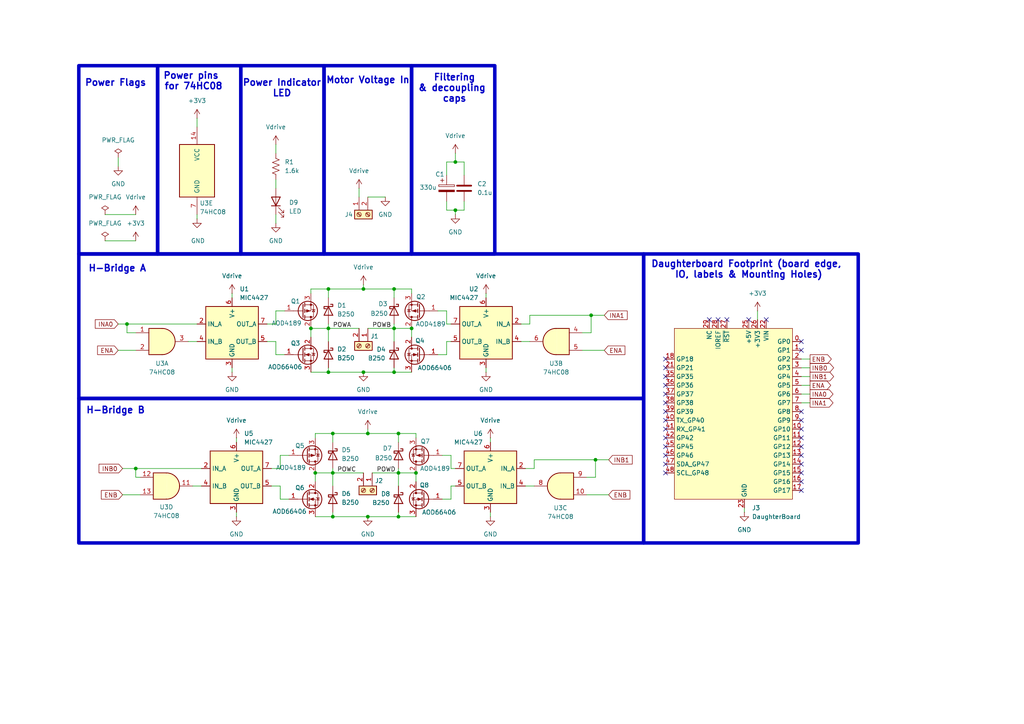
<source format=kicad_sch>
(kicad_sch (version 20231120) (generator "eeschema") (generator_version "8.0")
  (paper "A4")
  (lib_symbols
    (symbol "Connector:Screw_Terminal_01x02" (pin_names (offset 1.016) hide)
      (property "Reference" "J" (at 0 2.54 0))
      (property "Value" "Screw_Terminal_01x02" (at 0 -5.08 0))
      (symbol "Screw_Terminal_01x02_1_1"
        (rectangle (start -1.27 1.27) (end 1.27 -3.81) (stroke (width 0.254)) (fill (type background)))
        (circle (center 0 -2.54) (radius 0.635) (stroke (width 0.1524)))
        (polyline (pts (xy -0.5334 -2.2098) (xy 0.3302 -3.048)) (stroke (width 0.1524)))
        (polyline (pts (xy -0.5334 0.3302) (xy 0.3302 -0.508)) (stroke (width 0.1524)))
        (polyline (pts (xy -0.3556 -2.032) (xy 0.508 -2.8702)) (stroke (width 0.1524)))
        (polyline (pts (xy -0.3556 0.508) (xy 0.508 -0.3302)) (stroke (width 0.1524)))
        (circle (center 0 0) (radius 0.635) (stroke (width 0.1524)))
        (pin passive line (at -5.08 0 0) (length 3.81) (name "Pin_1") (number "1"))
        (pin passive line (at -5.08 -2.54 0) (length 3.81) (name "Pin_2") (number "2"))
      )
    )
    (symbol "Device:C" (pin_numbers hide) (pin_names (offset 0.254))
      (property "Reference" "C" (at 0.635 2.54 0))
      (property "Value" "C" (at 0.635 -2.54 0))
      (symbol "C_0_1"
        (polyline (pts (xy -2.032 -0.762) (xy 2.032 -0.762)) (stroke (width 0.508)))
        (polyline (pts (xy -2.032 0.762) (xy 2.032 0.762)) (stroke (width 0.508)))
      )
      (symbol "C_1_1"
        (pin passive line (at 0 3.81 270) (length 2.794) (name "~") (number "1"))
        (pin passive line (at 0 -3.81 90) (length 2.794) (name "~") (number "2"))
      )
    )
    (symbol "Device:C_Polarized" (pin_numbers hide) (pin_names (offset 0.254))
      (property "Reference" "C" (at 0.635 2.54 0))
      (property "Value" "C_Polarized" (at 0.635 -2.54 0))
      (symbol "C_Polarized_0_1"
        (rectangle (start -2.286 0.508) (end 2.286 1.016))
        (polyline (pts (xy -1.778 2.286) (xy -0.762 2.286)))
        (polyline (pts (xy -1.27 2.794) (xy -1.27 1.778)))
        (rectangle (start 2.286 -0.508) (end -2.286 -1.016) (fill (type outline)))
      )
      (symbol "C_Polarized_1_1"
        (pin passive line (at 0 3.81 270) (length 2.794) (name "~") (number "1"))
        (pin passive line (at 0 -3.81 90) (length 2.794) (name "~") (number "2"))
      )
    )
    (symbol "Device:LED" (pin_numbers hide) (pin_names (offset 1.016) hide)
      (property "Reference" "D" (at 0 2.54 0))
      (property "Value" "LED" (at 0 -2.54 0))
      (symbol "LED_0_1"
        (polyline (pts (xy -1.27 -1.27) (xy -1.27 1.27)) (stroke (width 0.254)))
        (polyline (pts (xy -1.27 0) (xy 1.27 0)))
        (polyline (pts (xy 1.27 -1.27) (xy 1.27 1.27) (xy -1.27 0) (xy 1.27 -1.27)) (stroke (width 0.254)))
        (polyline (pts (xy -3.048 -0.762) (xy -4.572 -2.286) (xy -3.81 -2.286) (xy -4.572 -2.286) (xy -4.572 -1.524)))
        (polyline (pts (xy -1.778 -0.762) (xy -3.302 -2.286) (xy -2.54 -2.286) (xy -3.302 -2.286) (xy -3.302 -1.524)))
      )
      (symbol "LED_1_1"
        (pin passive line (at -3.81 0 0) (length 2.54) (name "K") (number "1"))
        (pin passive line (at 3.81 0 180) (length 2.54) (name "A") (number "2"))
      )
    )
    (symbol "Device:R_US" (pin_numbers hide) (pin_names (offset 0))
      (property "Reference" "R" (at 2.54 0 90))
      (property "Value" "R_US" (at -2.54 0 90))
      (symbol "R_US_0_1"
        (polyline (pts (xy 0 -2.286) (xy 0 -2.54)))
        (polyline (pts (xy 0 2.286) (xy 0 2.54)))
        (polyline (pts (xy 0 -0.762) (xy 1.016 -1.143) (xy 0 -1.524) (xy -1.016 -1.905) (xy 0 -2.286)))
        (polyline (pts (xy 0 0.762) (xy 1.016 0.381) (xy 0 0) (xy -1.016 -0.381) (xy 0 -0.762)))
        (polyline (pts (xy 0 2.286) (xy 1.016 1.905) (xy 0 1.524) (xy -1.016 1.143) (xy 0 0.762)))
      )
      (symbol "R_US_1_1"
        (pin passive line (at 0 3.81 270) (length 1.27) (name "~") (number "1"))
        (pin passive line (at 0 -3.81 90) (length 1.27) (name "~") (number "2"))
      )
    )
    (symbol "Diode:B250" (pin_numbers hide) (pin_names (offset 1.016) hide)
      (property "Reference" "D" (at 0 2.54 0))
      (property "Value" "B250" (at 0 -2.54 0))
      (symbol "B250_0_1"
        (polyline (pts (xy 1.27 0) (xy -1.27 0)))
        (polyline (pts (xy 1.27 1.27) (xy 1.27 -1.27) (xy -1.27 0) (xy 1.27 1.27)) (stroke (width 0.254)))
        (polyline (pts (xy -1.905 0.635) (xy -1.905 1.27) (xy -1.27 1.27) (xy -1.27 -1.27) (xy -0.635 -1.27) (xy -0.635 -0.635)) (stroke (width 0.254)))
      )
      (symbol "B250_1_1"
        (pin passive line (at -3.81 0 0) (length 2.54) (name "K") (number "1"))
        (pin passive line (at 3.81 0 180) (length 2.54) (name "A") (number "2"))
      )
    )
    (symbol "Driver_FET:MIC4427"
      (property "Reference" "U" (at -7.62 8.89 0))
      (property "Value" "MIC4427" (at 1.27 8.89 0))
      (symbol "MIC4427_0_1"
        (rectangle (start -7.62 -7.62) (end 7.62 7.62) (stroke (width 0.254)) (fill (type background)))
      )
      (symbol "MIC4427_1_1"
        (pin no_connect line (at -7.62 0 0) (length 2.54) hide (name "NC") (number "1"))
        (pin input line (at -10.16 2.54 0) (length 2.54) (name "IN_A") (number "2"))
        (pin power_in line (at 0 -10.16 90) (length 2.54) (name "GND") (number "3"))
        (pin input line (at -10.16 -2.54 0) (length 2.54) (name "IN_B") (number "4"))
        (pin output line (at 10.16 -2.54 180) (length 2.54) (name "OUT_B") (number "5"))
        (pin power_in line (at 0 10.16 270) (length 2.54) (name "V+") (number "6"))
        (pin output line (at 10.16 2.54 180) (length 2.54) (name "OUT_A") (number "7"))
        (pin no_connect line (at 7.62 0 180) (length 2.54) hide (name "NC") (number "8"))
      )
    )
    (symbol "myparts:74HC08" (pin_names (offset 1.016))
      (property "Reference" "U" (at 0 1.27 0))
      (property "Value" "74HC08" (at 0 -1.27 0))
      (symbol "74HC08_1_1"
        (arc (start 0 -3.81) (mid 3.7934 0) (end 0 3.81) (stroke (width 0.254)) (fill (type background)))
        (polyline (pts (xy 0 3.81) (xy -3.81 3.81) (xy -3.81 -3.81) (xy 0 -3.81)) (stroke (width 0.254)) (fill (type background)))
        (pin input line (at -7.62 2.54 0) (length 3.81) (name "~") (number "1"))
        (pin input line (at -7.62 -2.54 0) (length 3.81) (name "~") (number "2"))
        (pin output line (at 7.62 0 180) (length 3.81) (name "~") (number "3"))
      )
      (symbol "74HC08_1_2"
        (arc (start -3.81 -3.81) (mid -2.589 0) (end -3.81 3.81) (stroke (width 0.254)))
        (arc (start -0.6096 -3.81) (mid 2.1842 -2.5851) (end 3.81 0) (stroke (width 0.254)) (fill (type background)))
        (polyline (pts (xy -3.81 -3.81) (xy -0.635 -3.81)) (stroke (width 0.254)) (fill (type background)))
        (polyline (pts (xy -3.81 3.81) (xy -0.635 3.81)) (stroke (width 0.254)) (fill (type background)))
        (polyline (pts (xy -0.635 3.81) (xy -3.81 3.81) (xy -3.81 3.81) (xy -3.556 3.4036) (xy -3.0226 2.2606) (xy -2.6924 1.0414) (xy -2.6162 -0.254) (xy -2.7686 -1.4986) (xy -3.175 -2.7178) (xy -3.81 -3.81) (xy -3.81 -3.81) (xy -0.635 -3.81)) (stroke (width -25.4)) (fill (type background)))
        (arc (start 3.81 0) (mid 2.1915 2.5936) (end -0.6096 3.81) (stroke (width 0.254)) (fill (type background)))
        (pin input inverted (at -7.62 2.54 0) (length 4.318) (name "~") (number "1"))
        (pin input inverted (at -7.62 -2.54 0) (length 4.318) (name "~") (number "2"))
        (pin output inverted (at 7.62 0 180) (length 3.81) (name "~") (number "3"))
      )
      (symbol "74HC08_2_1"
        (arc (start 0 -3.81) (mid 3.7934 0) (end 0 3.81) (stroke (width 0.254)) (fill (type background)))
        (polyline (pts (xy 0 3.81) (xy -3.81 3.81) (xy -3.81 -3.81) (xy 0 -3.81)) (stroke (width 0.254)) (fill (type background)))
        (pin input line (at -7.62 2.54 0) (length 3.81) (name "~") (number "4"))
        (pin input line (at -7.62 -2.54 0) (length 3.81) (name "~") (number "5"))
        (pin output line (at 7.62 0 180) (length 3.81) (name "~") (number "6"))
      )
      (symbol "74HC08_2_2"
        (arc (start -3.81 -3.81) (mid -2.589 0) (end -3.81 3.81) (stroke (width 0.254)))
        (arc (start -0.6096 -3.81) (mid 2.1842 -2.5851) (end 3.81 0) (stroke (width 0.254)) (fill (type background)))
        (polyline (pts (xy -3.81 -3.81) (xy -0.635 -3.81)) (stroke (width 0.254)) (fill (type background)))
        (polyline (pts (xy -3.81 3.81) (xy -0.635 3.81)) (stroke (width 0.254)) (fill (type background)))
        (polyline (pts (xy -0.635 3.81) (xy -3.81 3.81) (xy -3.81 3.81) (xy -3.556 3.4036) (xy -3.0226 2.2606) (xy -2.6924 1.0414) (xy -2.6162 -0.254) (xy -2.7686 -1.4986) (xy -3.175 -2.7178) (xy -3.81 -3.81) (xy -3.81 -3.81) (xy -0.635 -3.81)) (stroke (width -25.4)) (fill (type background)))
        (arc (start 3.81 0) (mid 2.1915 2.5936) (end -0.6096 3.81) (stroke (width 0.254)) (fill (type background)))
        (pin input inverted (at -7.62 2.54 0) (length 4.318) (name "~") (number "4"))
        (pin input inverted (at -7.62 -2.54 0) (length 4.318) (name "~") (number "5"))
        (pin output inverted (at 7.62 0 180) (length 3.81) (name "~") (number "6"))
      )
      (symbol "74HC08_3_1"
        (arc (start 0 -3.81) (mid 3.7934 0) (end 0 3.81) (stroke (width 0.254)) (fill (type background)))
        (polyline (pts (xy 0 3.81) (xy -3.81 3.81) (xy -3.81 -3.81) (xy 0 -3.81)) (stroke (width 0.254)) (fill (type background)))
        (pin input line (at -7.62 -2.54 0) (length 3.81) (name "~") (number "10"))
        (pin output line (at 7.62 0 180) (length 3.81) (name "~") (number "8"))
        (pin input line (at -7.62 2.54 0) (length 3.81) (name "~") (number "9"))
      )
      (symbol "74HC08_3_2"
        (arc (start -3.81 -3.81) (mid -2.589 0) (end -3.81 3.81) (stroke (width 0.254)))
        (arc (start -0.6096 -3.81) (mid 2.1842 -2.5851) (end 3.81 0) (stroke (width 0.254)) (fill (type background)))
        (polyline (pts (xy -3.81 -3.81) (xy -0.635 -3.81)) (stroke (width 0.254)) (fill (type background)))
        (polyline (pts (xy -3.81 3.81) (xy -0.635 3.81)) (stroke (width 0.254)) (fill (type background)))
        (polyline (pts (xy -0.635 3.81) (xy -3.81 3.81) (xy -3.81 3.81) (xy -3.556 3.4036) (xy -3.0226 2.2606) (xy -2.6924 1.0414) (xy -2.6162 -0.254) (xy -2.7686 -1.4986) (xy -3.175 -2.7178) (xy -3.81 -3.81) (xy -3.81 -3.81) (xy -0.635 -3.81)) (stroke (width -25.4)) (fill (type background)))
        (arc (start 3.81 0) (mid 2.1915 2.5936) (end -0.6096 3.81) (stroke (width 0.254)) (fill (type background)))
        (pin input inverted (at -7.62 -2.54 0) (length 4.318) (name "~") (number "10"))
        (pin output inverted (at 7.62 0 180) (length 3.81) (name "~") (number "8"))
        (pin input inverted (at -7.62 2.54 0) (length 4.318) (name "~") (number "9"))
      )
      (symbol "74HC08_4_1"
        (arc (start 0 -3.81) (mid 3.7934 0) (end 0 3.81) (stroke (width 0.254)) (fill (type background)))
        (polyline (pts (xy 0 3.81) (xy -3.81 3.81) (xy -3.81 -3.81) (xy 0 -3.81)) (stroke (width 0.254)) (fill (type background)))
        (pin output line (at 7.62 0 180) (length 3.81) (name "~") (number "11"))
        (pin input line (at -7.62 2.54 0) (length 3.81) (name "~") (number "12"))
        (pin input line (at -7.62 -2.54 0) (length 3.81) (name "~") (number "13"))
      )
      (symbol "74HC08_4_2"
        (arc (start -3.81 -3.81) (mid -2.589 0) (end -3.81 3.81) (stroke (width 0.254)))
        (arc (start -0.6096 -3.81) (mid 2.1842 -2.5851) (end 3.81 0) (stroke (width 0.254)) (fill (type background)))
        (polyline (pts (xy -3.81 -3.81) (xy -0.635 -3.81)) (stroke (width 0.254)) (fill (type background)))
        (polyline (pts (xy -3.81 3.81) (xy -0.635 3.81)) (stroke (width 0.254)) (fill (type background)))
        (polyline (pts (xy -0.635 3.81) (xy -3.81 3.81) (xy -3.81 3.81) (xy -3.556 3.4036) (xy -3.0226 2.2606) (xy -2.6924 1.0414) (xy -2.6162 -0.254) (xy -2.7686 -1.4986) (xy -3.175 -2.7178) (xy -3.81 -3.81) (xy -3.81 -3.81) (xy -0.635 -3.81)) (stroke (width -25.4)) (fill (type background)))
        (arc (start 3.81 0) (mid 2.1915 2.5936) (end -0.6096 3.81) (stroke (width 0.254)) (fill (type background)))
        (pin output inverted (at 7.62 0 180) (length 3.81) (name "~") (number "11"))
        (pin input inverted (at -7.62 2.54 0) (length 4.318) (name "~") (number "12"))
        (pin input inverted (at -7.62 -2.54 0) (length 4.318) (name "~") (number "13"))
      )
      (symbol "74HC08_5_0"
        (pin power_in line (at 0 12.7 270) (length 5.08) (name "VCC") (number "14"))
        (pin power_in line (at 0 -12.7 90) (length 5.08) (name "GND") (number "7"))
      )
      (symbol "74HC08_5_1"
        (rectangle (start -5.08 7.62) (end 5.08 -7.62) (stroke (width 0.254)) (fill (type background)))
      )
    )
    (symbol "myparts:AOD4189" (pin_names hide)
      (property "Reference" "Q" (at -6.35 3.81 0))
      (property "Value" "AOD4189" (at -8.89 -5.08 0))
      (symbol "AOD4189_0_1"
        (circle (center -0.889 0) (radius 2.794) (stroke (width 0.254)))
        (circle (center 0 -1.778) (radius 0.254) (fill (type outline)))
        (polyline (pts (xy -2.286 0) (xy -5.08 0)))
        (polyline (pts (xy -2.286 1.905) (xy -2.286 -1.905)) (stroke (width 0.254)))
        (polyline (pts (xy -1.778 -1.27) (xy -1.778 -2.286)) (stroke (width 0.254)))
        (polyline (pts (xy -1.778 0.508) (xy -1.778 -0.508)) (stroke (width 0.254)))
        (polyline (pts (xy -1.778 2.286) (xy -1.778 1.27)) (stroke (width 0.254)))
        (polyline (pts (xy 0 2.54) (xy 0 1.778)))
        (polyline (pts (xy 0 -2.54) (xy 0 0) (xy -1.778 0)))
        (polyline (pts (xy -1.778 1.778) (xy 0.762 1.778) (xy 0.762 -1.778) (xy -1.778 -1.778)))
        (polyline (pts (xy -0.254 0) (xy -1.27 0.381) (xy -1.27 -0.381) (xy -0.254 0)) (fill (type outline)))
        (polyline (pts (xy 0.254 -0.508) (xy 0.381 -0.381) (xy 1.143 -0.381) (xy 1.27 -0.254)))
        (polyline (pts (xy 0.762 -0.381) (xy 0.381 0.254) (xy 1.143 0.254) (xy 0.762 -0.381)))
        (circle (center 0 1.778) (radius 0.254) (fill (type outline)))
      )
      (symbol "AOD4189_1_1"
        (pin input line (at -7.62 0 0) (length 2.54) (name "G") (number "1"))
        (pin passive line (at 0 5.08 270) (length 2.54) (name "D") (number "2"))
        (pin passive line (at 0 -5.08 90) (length 2.54) (name "S") (number "3"))
      )
    )
    (symbol "myparts:AOD66406" (pin_names hide)
      (property "Reference" "Q" (at -5.08 3.048 0))
      (property "Value" "AOD66406" (at 0 0 0))
      (symbol "AOD66406_0_1"
        (circle (center -0.889 0) (radius 2.794) (stroke (width 0.254)))
        (circle (center 0 -1.778) (radius 0.254) (fill (type outline)))
        (polyline (pts (xy -2.286 0) (xy -5.08 0)))
        (polyline (pts (xy -2.286 1.905) (xy -2.286 -1.905)) (stroke (width 0.254)))
        (polyline (pts (xy -1.778 -1.27) (xy -1.778 -2.286)) (stroke (width 0.254)))
        (polyline (pts (xy -1.778 0.508) (xy -1.778 -0.508)) (stroke (width 0.254)))
        (polyline (pts (xy -1.778 2.286) (xy -1.778 1.27)) (stroke (width 0.254)))
        (polyline (pts (xy 0 2.54) (xy 0 1.778)))
        (polyline (pts (xy 0 -2.54) (xy 0 0) (xy -1.778 0)))
        (polyline (pts (xy -1.778 -1.778) (xy 0.762 -1.778) (xy 0.762 1.778) (xy -1.778 1.778)))
        (polyline (pts (xy -1.524 0) (xy -0.508 0.381) (xy -0.508 -0.381) (xy -1.524 0)) (fill (type outline)))
        (polyline (pts (xy 0.254 0.508) (xy 0.381 0.381) (xy 1.143 0.381) (xy 1.27 0.254)))
        (polyline (pts (xy 0.762 0.381) (xy 0.381 -0.254) (xy 1.143 -0.254) (xy 0.762 0.381)))
        (circle (center 0 1.778) (radius 0.254) (fill (type outline)))
      )
      (symbol "AOD66406_1_1"
        (pin input line (at -7.62 0 0) (length 2.54) (name "G") (number "1"))
        (pin passive line (at 0 5.08 270) (length 2.54) (name "D") (number "2"))
        (pin passive line (at 0 -5.08 90) (length 2.54) (name "S") (number "3"))
      )
    )
    (symbol "myparts:DaughterBoard"
      (property "Reference" "J" (at -19.304 -42.926 0))
      (property "Value" "DaughterBoard" (at -26.67 12.954 0))
      (symbol "DaughterBoard_1_1"
        (rectangle (start -20.32 8.89) (end 13.97 -40.64) (fill (type background)))
        (pin bidirectional line (at 16.51 5.08 180) (length 2.54) (name "GP0") (number "0"))
        (pin bidirectional line (at 16.51 2.54 180) (length 2.54) (name "GP1") (number "1"))
        (pin bidirectional line (at 16.51 -20.32 180) (length 2.54) (name "GP10") (number "10"))
        (pin bidirectional line (at 16.51 -22.86 180) (length 2.54) (name "GP11") (number "11"))
        (pin bidirectional line (at 16.51 -25.4 180) (length 2.54) (name "GP12") (number "12"))
        (pin bidirectional line (at 16.51 -27.94 180) (length 2.54) (name "GP13") (number "13"))
        (pin bidirectional line (at 16.51 -30.48 180) (length 2.54) (name "GP14") (number "14"))
        (pin bidirectional line (at 16.51 -33.02 180) (length 2.54) (name "GP15") (number "15"))
        (pin bidirectional line (at 16.51 -35.56 180) (length 2.54) (name "GP16") (number "16"))
        (pin bidirectional line (at 16.51 -38.1 180) (length 2.54) (name "GP17") (number "17"))
        (pin bidirectional line (at -22.86 0 0) (length 2.54) (name "GP18") (number "18"))
        (pin bidirectional line (at 16.51 0 180) (length 2.54) (name "GP2") (number "2"))
        (pin bidirectional line (at -22.86 -2.54 0) (length 2.54) (name "GP21") (number "21"))
        (pin power_in line (at 6.35 11.43 270) (length 2.54) (name "VIN") (number "22"))
        (pin power_in line (at 0 -43.18 90) (length 2.54) (name "GND") (number "23"))
        (pin power_in line (at 0 -43.18 90) (length 2.54) hide (name "GND") (number "24"))
        (pin power_in line (at 1.27 11.43 270) (length 2.54) (name "+5V") (number "25"))
        (pin power_in line (at 3.81 11.43 270) (length 2.54) (name "+3V3") (number "26"))
        (pin input line (at -5.08 11.43 270) (length 2.54) (name "~{RST}") (number "27"))
        (pin bidirectional line (at -7.62 11.43 270) (length 2.54) (name "IOREF") (number "28"))
        (pin bidirectional line (at -10.16 11.43 270) (length 2.54) (name "NC") (number "29"))
        (pin bidirectional line (at 16.51 -2.54 180) (length 2.54) (name "GP3") (number "3"))
        (pin power_in line (at 0 -43.18 90) (length 2.54) hide (name "GND") (number "30"))
        (pin power_in line (at 3.81 11.43 270) (length 2.54) hide (name "+3V3") (number "32"))
        (pin bidirectional line (at -22.86 -5.08 0) (length 2.54) (name "GP35") (number "35"))
        (pin bidirectional line (at -22.86 -7.62 0) (length 2.54) (name "GP36") (number "36"))
        (pin bidirectional line (at -22.86 -10.16 0) (length 2.54) (name "GP37") (number "37"))
        (pin bidirectional line (at -22.86 -12.7 0) (length 2.54) (name "GP38") (number "38"))
        (pin bidirectional line (at -22.86 -15.24 0) (length 2.54) (name "GP39") (number "39"))
        (pin bidirectional line (at 16.51 -5.08 180) (length 2.54) (name "GP4") (number "4"))
        (pin bidirectional line (at -22.86 -17.78 0) (length 2.54) (name "TX_GP40") (number "40"))
        (pin bidirectional line (at -22.86 -20.32 0) (length 2.54) (name "RX_GP41") (number "41"))
        (pin bidirectional line (at -22.86 -22.86 0) (length 2.54) (name "GP42") (number "42"))
        (pin bidirectional line (at -22.86 -25.4 0) (length 2.54) (name "GP45") (number "45"))
        (pin bidirectional line (at -22.86 -27.94 0) (length 2.54) (name "GP46") (number "46"))
        (pin bidirectional line (at -22.86 -30.48 0) (length 2.54) (name "SDA_GP47") (number "47"))
        (pin bidirectional line (at -22.86 -33.02 0) (length 2.54) (name "SCL_GP48") (number "48"))
        (pin bidirectional line (at 16.51 -7.62 180) (length 2.54) (name "GP5") (number "5"))
        (pin bidirectional line (at 16.51 -10.16 180) (length 2.54) (name "GP6") (number "6"))
        (pin bidirectional line (at 16.51 -12.7 180) (length 2.54) (name "GP7") (number "7"))
        (pin bidirectional line (at 16.51 -15.24 180) (length 2.54) (name "GP8") (number "8"))
        (pin bidirectional line (at 16.51 -17.78 180) (length 2.54) (name "GP9") (number "9"))
      )
    )
    (symbol "power:+3V3" (power) (pin_numbers hide) (pin_names (offset 0) hide)
      (property "Value" "+3V3" (at 0 3.556 0))
      (symbol "+3V3_0_1"
        (polyline (pts (xy -0.762 1.27) (xy 0 2.54)))
        (polyline (pts (xy 0 0) (xy 0 2.54)))
        (polyline (pts (xy 0 2.54) (xy 0.762 1.27)))
      )
      (symbol "+3V3_1_1"
        (pin power_in line (at 0 0 90) (length 0) (name "~") (number "1"))
      )
    )
    (symbol "power:GND" (power) (pin_numbers hide) (pin_names (offset 0) hide)
      (property "Value" "GND" (at 0 -3.81 0))
      (symbol "GND_0_1"
        (polyline (pts (xy 0 0) (xy 0 -1.27) (xy 1.27 -1.27) (xy 0 -2.54) (xy -1.27 -1.27) (xy 0 -1.27)))
      )
      (symbol "GND_1_1"
        (pin power_in line (at 0 0 270) (length 0) (name "~") (number "1"))
      )
    )
    (symbol "power:PWR_FLAG" (power) (pin_numbers hide) (pin_names (offset 0) hide)
      (property "Value" "PWR_FLAG" (at 0 3.81 0))
      (symbol "PWR_FLAG_0_0"
        (pin power_out line (at 0 0 90) (length 0) (name "~") (number "1"))
      )
      (symbol "PWR_FLAG_0_1"
        (polyline (pts (xy 0 0) (xy 0 1.27) (xy -1.016 1.905) (xy 0 2.54) (xy 1.016 1.905) (xy 0 1.27)))
      )
    )
    (symbol "power:Vdrive" (power) (pin_numbers hide) (pin_names (offset 0) hide)
      (property "Value" "Vdrive" (at 0 3.556 0))
      (symbol "Vdrive_0_1"
        (polyline (pts (xy -0.762 1.27) (xy 0 2.54)))
        (polyline (pts (xy 0 0) (xy 0 2.54)))
        (polyline (pts (xy 0 2.54) (xy 0.762 1.27)))
      )
      (symbol "Vdrive_1_1"
        (pin power_in line (at 0 0 90) (length 0) (name "~") (number "1"))
      )
    )
  )
  (junction (at 91.44 137.16))
  (junction (at 95.25 95.25))
  (junction (at 115.57 125.73))
  (junction (at 119.38 95.25))
  (junction (at 106.68 125.73))
  (junction (at 105.41 83.82))
  (junction (at 36.83 93.98))
  (junction (at 105.41 107.95))
  (junction (at 114.3 107.95))
  (junction (at 171.45 91.44))
  (junction (at 114.3 83.82))
  (junction (at 106.68 149.86))
  (junction (at 96.52 125.73))
  (junction (at 39.37 135.89))
  (junction (at 95.25 83.82))
  (junction (at 95.25 107.95))
  (junction (at 132.08 46.99))
  (junction (at 90.17 95.25))
  (junction (at 120.65 137.16))
  (junction (at 172.72 133.35))
  (junction (at 132.08 60.96))
  (junction (at 115.57 137.16))
  (junction (at 96.52 137.16))
  (junction (at 114.3 95.25))
  (junction (at 115.57 149.86))
  (junction (at 96.52 149.86))
  (no_connect (at 193.04 116.84))
  (no_connect (at 193.04 127))
  (no_connect (at 205.74 92.71))
  (no_connect (at 193.04 109.22))
  (no_connect (at 232.41 137.16))
  (no_connect (at 232.41 119.38))
  (no_connect (at 232.41 139.7))
  (no_connect (at 222.25 92.71))
  (no_connect (at 232.41 134.62))
  (no_connect (at 193.04 124.46))
  (no_connect (at 232.41 101.6))
  (no_connect (at 193.04 132.08))
  (no_connect (at 193.04 134.62))
  (no_connect (at 217.17 92.71))
  (no_connect (at 210.82 92.71))
  (no_connect (at 232.41 129.54))
  (no_connect (at 232.41 127))
  (no_connect (at 232.41 142.24))
  (no_connect (at 193.04 106.68))
  (no_connect (at 232.41 124.46))
  (no_connect (at 232.41 121.92))
  (no_connect (at 193.04 114.3))
  (no_connect (at 193.04 119.38))
  (no_connect (at 193.04 104.14))
  (no_connect (at 193.04 129.54))
  (no_connect (at 193.04 121.92))
  (no_connect (at 193.04 111.76))
  (no_connect (at 208.28 92.71))
  (no_connect (at 232.41 132.08))
  (no_connect (at 193.04 137.16))
  (no_connect (at 232.41 99.06))
  (wire (pts (xy 132.08 140.97) (xy 130.81 140.97)))
  (wire (pts (xy 129.54 93.98) (xy 129.54 90.17)))
  (wire (pts (xy 219.71 90.17) (xy 219.71 92.71)))
  (wire (pts (xy 106.68 124.46) (xy 106.68 125.73)))
  (wire (pts (xy 80.01 102.87) (xy 82.55 102.87)))
  (wire (pts (xy 115.57 125.73) (xy 115.57 128.27)))
  (wire (pts (xy 114.3 107.95) (xy 119.38 107.95)))
  (wire (pts (xy 152.4 140.97) (xy 154.94 140.97)))
  (wire (pts (xy 80.01 93.98) (xy 80.01 90.17)))
  (wire (pts (xy 142.24 127) (xy 142.24 128.27)))
  (wire (pts (xy 95.25 95.25) (xy 104.14 95.25)))
  (wire (pts (xy 134.62 46.99) (xy 134.62 50.8)))
  (wire (pts (xy 128.27 132.08) (xy 130.81 132.08)))
  (wire (pts (xy 140.97 85.09) (xy 140.97 86.36)))
  (wire (pts (xy 120.65 127) (xy 120.65 125.73)))
  (wire (pts (xy 77.47 99.06) (xy 80.01 99.06)))
  (wire (pts (xy 80.01 90.17) (xy 82.55 90.17)))
  (wire (pts (xy 80.01 52.07) (xy 80.01 54.61)))
  (wire (pts (xy 132.08 135.89) (xy 130.81 135.89)))
  (wire (pts (xy 30.48 62.23) (xy 39.37 62.23)))
  (wire (pts (xy 114.3 95.25) (xy 114.3 99.06)))
  (wire (pts (xy 80.01 62.23) (xy 80.01 64.77)))
  (wire (pts (xy 91.44 137.16) (xy 96.52 137.16)))
  (wire (pts (xy 171.45 91.44) (xy 171.45 96.52)))
  (wire (pts (xy 105.41 83.82) (xy 114.3 83.82)))
  (wire (pts (xy 34.29 101.6) (xy 39.37 101.6)))
  (wire (pts (xy 81.28 140.97) (xy 81.28 144.78)))
  (wire (pts (xy 172.72 133.35) (xy 172.72 138.43)))
  (wire (pts (xy 90.17 95.25) (xy 95.25 95.25)))
  (wire (pts (xy 168.91 96.52) (xy 171.45 96.52)))
  (wire (pts (xy 106.68 149.86) (xy 115.57 149.86)))
  (wire (pts (xy 154.94 133.35) (xy 154.94 135.89)))
  (wire (pts (xy 105.41 82.55) (xy 105.41 83.82)))
  (wire (pts (xy 104.14 54.61) (xy 104.14 57.15)))
  (wire (pts (xy 90.17 83.82) (xy 90.17 85.09)))
  (wire (pts (xy 39.37 138.43) (xy 40.64 138.43)))
  (wire (pts (xy 91.44 137.16) (xy 91.44 139.7)))
  (wire (pts (xy 130.81 144.78) (xy 128.27 144.78)))
  (wire (pts (xy 115.57 125.73) (xy 120.65 125.73)))
  (wire (pts (xy 107.95 137.16) (xy 115.57 137.16)))
  (wire (pts (xy 232.41 116.84) (xy 234.95 116.84)))
  (wire (pts (xy 114.3 83.82) (xy 119.38 83.82)))
  (wire (pts (xy 39.37 135.89) (xy 58.42 135.89)))
  (wire (pts (xy 68.58 148.59) (xy 68.58 149.86)))
  (wire (pts (xy 170.18 143.51) (xy 176.53 143.51)))
  (wire (pts (xy 90.17 83.82) (xy 95.25 83.82)))
  (wire (pts (xy 140.97 106.68) (xy 140.97 107.95)))
  (wire (pts (xy 127 90.17) (xy 129.54 90.17)))
  (wire (pts (xy 35.56 143.51) (xy 40.64 143.51)))
  (wire (pts (xy 57.15 62.23) (xy 57.15 63.5)))
  (wire (pts (xy 36.83 93.98) (xy 57.15 93.98)))
  (wire (pts (xy 34.29 45.72) (xy 34.29 48.26)))
  (wire (pts (xy 81.28 132.08) (xy 83.82 132.08)))
  (wire (pts (xy 130.81 135.89) (xy 130.81 132.08)))
  (wire (pts (xy 81.28 144.78) (xy 83.82 144.78)))
  (wire (pts (xy 114.3 83.82) (xy 114.3 86.36)))
  (wire (pts (xy 34.29 93.98) (xy 36.83 93.98)))
  (wire (pts (xy 55.88 140.97) (xy 58.42 140.97)))
  (wire (pts (xy 96.52 149.86) (xy 106.68 149.86)))
  (wire (pts (xy 232.41 109.22) (xy 234.95 109.22)))
  (wire (pts (xy 114.3 93.98) (xy 114.3 95.25)))
  (wire (pts (xy 129.54 58.42) (xy 129.54 60.96)))
  (wire (pts (xy 132.08 44.45) (xy 132.08 46.99)))
  (wire (pts (xy 132.08 60.96) (xy 134.62 60.96)))
  (wire (pts (xy 91.44 125.73) (xy 96.52 125.73)))
  (wire (pts (xy 67.31 85.09) (xy 67.31 86.36)))
  (wire (pts (xy 96.52 137.16) (xy 96.52 140.97)))
  (wire (pts (xy 153.67 93.98) (xy 151.13 93.98)))
  (wire (pts (xy 67.31 106.68) (xy 67.31 107.95)))
  (wire (pts (xy 130.81 99.06) (xy 129.54 99.06)))
  (wire (pts (xy 91.44 125.73) (xy 91.44 127)))
  (wire (pts (xy 130.81 140.97) (xy 130.81 144.78)))
  (wire (pts (xy 120.65 137.16) (xy 120.65 139.7)))
  (wire (pts (xy 80.01 99.06) (xy 80.01 102.87)))
  (wire (pts (xy 68.58 127) (xy 68.58 128.27)))
  (wire (pts (xy 95.25 106.68) (xy 95.25 107.95)))
  (wire (pts (xy 78.74 140.97) (xy 81.28 140.97)))
  (wire (pts (xy 232.41 111.76) (xy 234.95 111.76)))
  (wire (pts (xy 119.38 95.25) (xy 119.38 97.79)))
  (wire (pts (xy 129.54 50.8) (xy 129.54 46.99)))
  (wire (pts (xy 77.47 93.98) (xy 80.01 93.98)))
  (wire (pts (xy 95.25 95.25) (xy 95.25 99.06)))
  (wire (pts (xy 153.67 91.44) (xy 153.67 93.98)))
  (wire (pts (xy 114.3 106.68) (xy 114.3 107.95)))
  (wire (pts (xy 36.83 96.52) (xy 39.37 96.52)))
  (wire (pts (xy 232.41 104.14) (xy 234.95 104.14)))
  (wire (pts (xy 171.45 91.44) (xy 153.67 91.44)))
  (wire (pts (xy 172.72 133.35) (xy 154.94 133.35)))
  (wire (pts (xy 115.57 135.89) (xy 115.57 137.16)))
  (wire (pts (xy 130.81 93.98) (xy 129.54 93.98)))
  (wire (pts (xy 170.18 138.43) (xy 172.72 138.43)))
  (wire (pts (xy 35.56 135.89) (xy 39.37 135.89)))
  (wire (pts (xy 39.37 135.89) (xy 39.37 138.43)))
  (wire (pts (xy 119.38 85.09) (xy 119.38 83.82)))
  (wire (pts (xy 96.52 148.59) (xy 96.52 149.86)))
  (wire (pts (xy 129.54 99.06) (xy 129.54 102.87)))
  (wire (pts (xy 176.53 133.35) (xy 172.72 133.35)))
  (wire (pts (xy 115.57 148.59) (xy 115.57 149.86)))
  (wire (pts (xy 105.41 107.95) (xy 114.3 107.95)))
  (wire (pts (xy 95.25 93.98) (xy 95.25 95.25)))
  (wire (pts (xy 115.57 137.16) (xy 115.57 140.97)))
  (wire (pts (xy 114.3 95.25) (xy 119.38 95.25)))
  (wire (pts (xy 129.54 102.87) (xy 127 102.87)))
  (wire (pts (xy 175.26 91.44) (xy 171.45 91.44)))
  (wire (pts (xy 106.68 57.15) (xy 111.76 57.15)))
  (wire (pts (xy 106.68 95.25) (xy 114.3 95.25)))
  (wire (pts (xy 36.83 93.98) (xy 36.83 96.52)))
  (wire (pts (xy 57.15 34.29) (xy 57.15 36.83)))
  (wire (pts (xy 154.94 135.89) (xy 152.4 135.89)))
  (wire (pts (xy 232.41 106.68) (xy 234.95 106.68)))
  (wire (pts (xy 142.24 148.59) (xy 142.24 149.86)))
  (wire (pts (xy 96.52 125.73) (xy 106.68 125.73)))
  (wire (pts (xy 151.13 99.06) (xy 153.67 99.06)))
  (wire (pts (xy 96.52 135.89) (xy 96.52 137.16)))
  (wire (pts (xy 90.17 107.95) (xy 95.25 107.95)))
  (wire (pts (xy 81.28 135.89) (xy 81.28 132.08)))
  (wire (pts (xy 129.54 46.99) (xy 132.08 46.99)))
  (wire (pts (xy 80.01 41.91) (xy 80.01 44.45)))
  (wire (pts (xy 91.44 149.86) (xy 96.52 149.86)))
  (wire (pts (xy 96.52 137.16) (xy 105.41 137.16)))
  (wire (pts (xy 232.41 114.3) (xy 234.95 114.3)))
  (wire (pts (xy 106.68 125.73) (xy 115.57 125.73)))
  (wire (pts (xy 168.91 101.6) (xy 175.26 101.6)))
  (wire (pts (xy 78.74 135.89) (xy 81.28 135.89)))
  (wire (pts (xy 96.52 125.73) (xy 96.52 128.27)))
  (wire (pts (xy 215.9 147.32) (xy 215.9 148.59)))
  (wire (pts (xy 95.25 83.82) (xy 105.41 83.82)))
  (wire (pts (xy 30.48 69.85) (xy 39.37 69.85)))
  (wire (pts (xy 115.57 149.86) (xy 120.65 149.86)))
  (wire (pts (xy 132.08 60.96) (xy 132.08 62.23)))
  (wire (pts (xy 134.62 58.42) (xy 134.62 60.96)))
  (wire (pts (xy 115.57 137.16) (xy 120.65 137.16)))
  (wire (pts (xy 132.08 46.99) (xy 134.62 46.99)))
  (wire (pts (xy 90.17 95.25) (xy 90.17 97.79)))
  (wire (pts (xy 54.61 99.06) (xy 57.15 99.06)))
  (wire (pts (xy 95.25 107.95) (xy 105.41 107.95)))
  (wire (pts (xy 95.25 83.82) (xy 95.25 86.36)))
  (wire (pts (xy 129.54 60.96) (xy 132.08 60.96)))
  (rectangle (start 22.86 115.57) (end 186.69 157.48) (stroke (width 1.016)))
  (rectangle (start 45.72 19.05) (end 69.85 73.66) (stroke (width 1.016)))
  (rectangle (start 186.69 73.66) (end 248.92 157.48) (stroke (width 1.016)))
  (rectangle (start 93.98 19.05) (end 119.38 73.66) (stroke (width 1.016)))
  (rectangle (start 119.38 19.05) (end 143.51 73.66) (stroke (width 1.016)))
  (rectangle (start 69.85 19.05) (end 93.98 73.66) (stroke (width 1.016)))
  (rectangle (start 22.86 19.05) (end 45.72 73.66) (stroke (width 1.016)))
  (rectangle (start 22.86 73.66) (end 186.69 115.57) (stroke (width 1.016)))
  (text "Filtering\n& decoupling \ncaps" (at 131.826 25.654 0) (effects (font (size 1.905 1.905) (thickness 0.381) (bold yes))))
  (text "Power Indicator\nLED" (at 81.788 25.654 0) (effects (font (size 1.905 1.905) (thickness 0.381) (bold yes))))
  (text "H-Bridge B" (at 33.528 119.126 0) (effects (font (size 1.905 1.905) (thickness 0.381) (bold yes))))
  (text "Motor Voltage In " (at 107.442 23.368 0) (effects (font (size 1.905 1.905) (thickness 0.381) (bold yes))))
  (text "Power pins \nfor 74HC08" (at 56.134 23.622 0) (effects (font (size 1.905 1.905) (thickness 0.381) (bold yes))))
  (text "Power Flags" (at 33.528 24.13 0) (effects (font (size 1.905 1.905) (thickness 0.381) (bold yes))))
  (text "H-Bridge A" (at 34.036 77.978 0) (effects (font (size 1.905 1.905) (thickness 0.381) (bold yes))))
  (text "Daughterboard Footprint (board edge, \nIO, labels & Mounting Holes)" (at 217.17 78.232 0) (effects (font (size 1.905 1.905) (thickness 0.381) (bold yes))))
  (label "POWC" (at 97.79 137.16 0))
  (label "POWD" (at 109.22 137.16 0))
  (label "POWB" (at 107.95 95.25 0))
  (label "POWA" (at 96.52 95.25 0))
  (global_label "INA0" (shape input) (at 34.29 93.98 180) (property "Intersheetrefs" "${INTERSHEET_REFS}" (effects (hide yes))))
  (global_label "ENB" (shape output) (at 234.95 104.14 0) (property "Intersheetrefs" "${INTERSHEET_REFS}" (effects (hide yes))))
  (global_label "ENA" (shape input) (at 34.29 101.6 180) (property "Intersheetrefs" "${INTERSHEET_REFS}" (effects (hide yes))))
  (global_label "INB0" (shape input) (at 35.56 135.89 180) (property "Intersheetrefs" "${INTERSHEET_REFS}" (effects (hide yes))))
  (global_label "ENB" (shape input) (at 176.53 143.51 0) (property "Intersheetrefs" "${INTERSHEET_REFS}" (effects (hide yes))))
  (global_label "INA0" (shape output) (at 234.95 114.3 0) (property "Intersheetrefs" "${INTERSHEET_REFS}" (effects (hide yes))))
  (global_label "INB0" (shape output) (at 234.95 106.68 0) (property "Intersheetrefs" "${INTERSHEET_REFS}" (effects (hide yes))))
  (global_label "INB1" (shape input) (at 176.53 133.35 0) (property "Intersheetrefs" "${INTERSHEET_REFS}" (effects (hide yes))))
  (global_label "ENB" (shape input) (at 35.56 143.51 180) (property "Intersheetrefs" "${INTERSHEET_REFS}" (effects (hide yes))))
  (global_label "INA1" (shape input) (at 175.26 91.44 0) (property "Intersheetrefs" "${INTERSHEET_REFS}" (effects (hide yes))))
  (global_label "INA1" (shape output) (at 234.95 116.84 0) (property "Intersheetrefs" "${INTERSHEET_REFS}" (effects (hide yes))))
  (global_label "INB1" (shape output) (at 234.95 109.22 0) (property "Intersheetrefs" "${INTERSHEET_REFS}" (effects (hide yes))))
  (global_label "ENA" (shape input) (at 175.26 101.6 0) (property "Intersheetrefs" "${INTERSHEET_REFS}" (effects (hide yes))))
  (global_label "ENA" (shape output) (at 234.95 111.76 0) (property "Intersheetrefs" "${INTERSHEET_REFS}" (effects (hide yes))))
  (symbol (lib_id "Driver_FET:MIC4427") (at 67.31 96.52 0) (unit 1)
    (property "Reference" "U1" (at 69.5041 83.82 0) (effects (justify left)))
    (property "Value" "MIC4427" (at 69.5041 86.36 0) (effects (justify left)))
    (property "Footprint" "Package_SO:SO-8_3.9x4.9mm_P1.27mm" (effects (hide yes)))
    (property "Datasheet" "http://ww1.microchip.com/downloads/en/DeviceDoc/mic4426.pdf" (effects (hide yes)))
    (property "Description" "Dual 1.5A-Peak Low-Side MOSFET Driver, DIP-8/SOIC-8/MSOP-8" (effects (hide yes)))
  )
  (symbol (lib_id "Device:R_US") (at 80.01 48.26 0) (unit 1)
    (property "Reference" "R1" (at 82.55 46.9899 0) (effects (justify left)))
    (property "Value" "1.6k" (at 82.55 49.5299 0) (effects (justify left)))
    (property "Footprint" "Resistor_SMD:R_1206_3216Metric_Pad1.30x1.75mm_HandSolder" (effects (hide yes)))
    (property "Description" "Resistor, US symbol" (effects (hide yes)))
  )
  (symbol (lib_id "Driver_FET:MIC4427") (at 142.24 138.43 0) (mirror y) (unit 1)
    (property "Reference" "U6" (at 140.0459 125.73 0) (effects (justify left)))
    (property "Value" "MIC4427" (at 140.0459 128.27 0) (effects (justify left)))
    (property "Footprint" "Package_SO:SO-8_3.9x4.9mm_P1.27mm" (effects (hide yes)))
    (property "Datasheet" "http://ww1.microchip.com/downloads/en/DeviceDoc/mic4426.pdf" (effects (hide yes)))
    (property "Description" "Dual 1.5A-Peak Low-Side MOSFET Driver, DIP-8/SOIC-8/MSOP-8" (effects (hide yes)))
  )
  (symbol (lib_id "power:GND") (at 106.68 149.86 0) (unit 1)
    (property "Reference" "#PWR010" (effects (hide yes)))
    (property "Value" "GND" (at 106.68 154.94 0))
    (property "Description" "Power symbol creates a global label with name \"GND\" , ground" (effects (hide yes)))
  )
  (symbol (lib_id "Diode:B250") (at 115.57 144.78 270) (unit 1)
    (property "Reference" "D8" (at 110.49 143.256 90) (effects (justify left)))
    (property "Value" "B250" (at 107.95 145.796 90) (effects (justify left)))
    (property "Footprint" "Diode_SMD:D_SMB" (effects (hide yes)))
    (property "Datasheet" "http://www.jameco.com/Jameco/Products/ProdDS/1538777.pdf" (effects (hide yes)))
    (property "Description" "50V 2A Schottky Barrier Rectifier Diode, SMB" (effects (hide yes)))
  )
  (symbol (lib_id "power:GND") (at 132.08 62.23 0) (unit 1)
    (property "Reference" "#PWR023" (effects (hide yes)))
    (property "Value" "GND" (at 132.08 67.31 0))
    (property "Description" "Power symbol creates a global label with name \"GND\" , ground" (effects (hide yes)))
  )
  (symbol (lib_id "myparts:74HC08") (at 57.15 49.53 0) (unit 5)
    (property "Reference" "U3" (at 57.912 58.928 0) (effects (justify left)))
    (property "Value" "74HC08" (at 57.912 61.468 0) (effects (justify left)))
    (property "Footprint" "Package_SO:SO-14_3.9x8.65mm_P1.27mm" (effects (hide yes)))
    (property "Datasheet" "http://www.ti.com/lit/gpn/sn74LS08" (effects (hide yes)))
    (property "Description" "Quad And2" (effects (hide yes)))
  )
  (symbol (lib_id "power:Vdrive") (at 140.97 85.09 0) (unit 1)
    (property "Reference" "#PWR03" (effects (hide yes)))
    (property "Value" "Vdrive" (at 140.97 80.01 0))
    (property "Description" "Power symbol creates a global label with name \"Vdrive\"" (effects (hide yes)))
  )
  (symbol (lib_id "myparts:74HC08") (at 161.29 99.06 0) (mirror y) (unit 2)
    (property "Reference" "U3" (at 161.29 105.41 0))
    (property "Value" "74HC08" (at 161.29 107.95 0))
    (property "Footprint" "Package_SO:SO-14_3.9x8.65mm_P1.27mm" (effects (hide yes)))
    (property "Datasheet" "http://www.ti.com/lit/gpn/sn74LS08" (effects (hide yes)))
    (property "Description" "Quad And2" (effects (hide yes)))
  )
  (symbol (lib_id "myparts:AOD66406") (at 119.38 102.87 0) (mirror y) (unit 1)
    (property "Reference" "Q4" (at 123.19 98.806 0) (effects (justify left)))
    (property "Value" "AOD66406" (at 131.064 106.68 0) (effects (justify left)))
    (property "Footprint" "Package_TO_SOT_SMD:TO-252-2" (effects (hide yes)))
  )
  (symbol (lib_id "Diode:B250") (at 95.25 90.17 270) (unit 1)
    (property "Reference" "D1" (at 97.79 88.5824 90) (effects (justify left)))
    (property "Value" "B250" (at 97.79 91.1224 90) (effects (justify left)))
    (property "Footprint" "Diode_SMD:D_SMB" (effects (hide yes)))
    (property "Datasheet" "http://www.jameco.com/Jameco/Products/ProdDS/1538777.pdf" (effects (hide yes)))
    (property "Description" "50V 2A Schottky Barrier Rectifier Diode, SMB" (effects (hide yes)))
  )
  (symbol (lib_id "Device:C") (at 134.62 54.61 0) (unit 1)
    (property "Reference" "C2" (at 138.43 53.3399 0) (effects (justify left)))
    (property "Value" "0.1u" (at 138.43 55.8799 0) (effects (justify left)))
    (property "Footprint" "Capacitor_SMD:C_1206_3216Metric_Pad1.33x1.80mm_HandSolder" (effects (hide yes)))
    (property "Description" "Unpolarized capacitor" (effects (hide yes)))
  )
  (symbol (lib_id "power:PWR_FLAG") (at 30.48 69.85 0) (unit 1)
    (property "Reference" "#FLG01" (effects (hide yes)))
    (property "Value" "PWR_FLAG" (at 30.48 64.77 0))
    (property "Description" "Special symbol for telling ERC where power comes from" (effects (hide yes)))
  )
  (symbol (lib_id "power:GND") (at 111.76 57.15 0) (unit 1)
    (property "Reference" "#PWR018" (effects (hide yes)))
    (property "Value" "GND" (at 111.76 62.23 0))
    (property "Description" "Power symbol creates a global label with name \"GND\" , ground" (effects (hide yes)))
  )
  (symbol (lib_id "power:+3V3") (at 219.71 90.17 0) (unit 1)
    (property "Reference" "#PWR015" (effects (hide yes)))
    (property "Value" "+3V3" (at 219.71 85.09 0))
    (property "Description" "Power symbol creates a global label with name \"+3V3\"" (effects (hide yes)))
  )
  (symbol (lib_id "power:GND") (at 57.15 63.5 0) (unit 1)
    (property "Reference" "#PWR013" (effects (hide yes)))
    (property "Value" "GND" (at 57.404 69.85 0))
    (property "Description" "Power symbol creates a global label with name \"GND\" , ground" (effects (hide yes)))
  )
  (symbol (lib_id "power:Vdrive") (at 105.41 82.55 0) (unit 1)
    (property "Reference" "#PWR01" (effects (hide yes)))
    (property "Value" "Vdrive" (at 105.41 77.47 0))
    (property "Description" "Power symbol creates a global label with name \"Vdrive\"" (effects (hide yes)))
  )
  (symbol (lib_id "myparts:AOD66406") (at 90.17 102.87 0) (unit 1)
    (property "Reference" "Q3" (at 84.328 99.568 0) (effects (justify left)))
    (property "Value" "AOD66406" (at 77.724 106.426 0) (effects (justify left)))
    (property "Footprint" "Package_TO_SOT_SMD:TO-252-2" (effects (hide yes)))
  )
  (symbol (lib_id "Driver_FET:MIC4427") (at 140.97 96.52 0) (mirror y) (unit 1)
    (property "Reference" "U2" (at 138.7759 83.82 0) (effects (justify left)))
    (property "Value" "MIC4427" (at 138.7759 86.36 0) (effects (justify left)))
    (property "Footprint" "Package_SO:SO-8_3.9x4.9mm_P1.27mm" (effects (hide yes)))
    (property "Datasheet" "http://ww1.microchip.com/downloads/en/DeviceDoc/mic4426.pdf" (effects (hide yes)))
    (property "Description" "Dual 1.5A-Peak Low-Side MOSFET Driver, DIP-8/SOIC-8/MSOP-8" (effects (hide yes)))
  )
  (symbol (lib_id "power:GND") (at 105.41 107.95 0) (unit 1)
    (property "Reference" "#PWR02" (effects (hide yes)))
    (property "Value" "GND" (at 105.41 113.03 0))
    (property "Description" "Power symbol creates a global label with name \"GND\" , ground" (effects (hide yes)))
  )
  (symbol (lib_id "myparts:AOD4189") (at 91.44 132.08 0) (mirror x) (unit 1)
    (property "Reference" "Q5" (at 85.598 129.286 0) (effects (justify left)))
    (property "Value" "AOD4189" (at 80.01 135.636 0) (effects (justify left)))
    (property "Footprint" "Package_TO_SOT_SMD:TO-252-2" (effects (hide yes)))
  )
  (symbol (lib_id "power:Vdrive") (at 68.58 127 0) (unit 1)
    (property "Reference" "#PWR07" (effects (hide yes)))
    (property "Value" "Vdrive" (at 68.58 121.92 0))
    (property "Description" "Power symbol creates a global label with name \"Vdrive\"" (effects (hide yes)))
  )
  (symbol (lib_id "myparts:74HC08") (at 46.99 99.06 0) (unit 1)
    (property "Reference" "U3" (at 46.99 105.41 0))
    (property "Value" "74HC08" (at 46.99 107.95 0))
    (property "Footprint" "Package_SO:SO-14_3.9x8.65mm_P1.27mm" (effects (hide yes)))
    (property "Datasheet" "http://www.ti.com/lit/gpn/sn74LS08" (effects (hide yes)))
    (property "Description" "Quad And2" (effects (hide yes)))
  )
  (symbol (lib_id "power:GND") (at 140.97 107.95 0) (unit 1)
    (property "Reference" "#PWR06" (effects (hide yes)))
    (property "Value" "GND" (at 140.97 113.03 0))
    (property "Description" "Power symbol creates a global label with name \"GND\" , ground" (effects (hide yes)))
  )
  (symbol (lib_id "Connector:Screw_Terminal_01x02") (at 106.68 100.33 270) (unit 1)
    (property "Reference" "J1" (at 107.442 97.536 90) (effects (justify left)))
    (property "Value" "Screw_Terminal_01x02" (effects (hide yes)))
    (property "Footprint" "TerminalBlock:TerminalBlock_Altech_AK300-2_P5.00mm" (effects (hide yes)))
    (property "Description" "Generic screw terminal, single row, 01x02, script generated (kicad-library-utils/schlib/autogen/connector/)" (effects (hide yes)))
  )
  (symbol (lib_id "power:+3V3") (at 39.37 69.85 0) (unit 1)
    (property "Reference" "#PWR019" (effects (hide yes)))
    (property "Value" "+3V3" (at 39.37 64.77 0))
    (property "Description" "Power symbol creates a global label with name \"+3V3\"" (effects (hide yes)))
  )
  (symbol (lib_id "myparts:AOD4189") (at 120.65 132.08 180) (unit 1)
    (property "Reference" "Q7" (at 124.714 128.016 0) (effects (justify left)))
    (property "Value" "AOD4189" (at 130.556 135.89 0) (effects (justify left)))
    (property "Footprint" "Package_TO_SOT_SMD:TO-252-2" (effects (hide yes)))
  )
  (symbol (lib_id "myparts:AOD66406") (at 91.44 144.78 0) (unit 1)
    (property "Reference" "Q6" (at 85.598 141.478 0) (effects (justify left)))
    (property "Value" "AOD66406" (at 78.994 148.336 0) (effects (justify left)))
    (property "Footprint" "Package_TO_SOT_SMD:TO-252-2" (effects (hide yes)))
  )
  (symbol (lib_id "power:+3V3") (at 57.15 34.29 0) (unit 1)
    (property "Reference" "#PWR016" (effects (hide yes)))
    (property "Value" "+3V3" (at 57.15 29.21 0))
    (property "Description" "Power symbol creates a global label with name \"+3V3\"" (effects (hide yes)))
  )
  (symbol (lib_id "Diode:B250") (at 114.3 90.17 270) (unit 1)
    (property "Reference" "D3" (at 109.728 88.138 90) (effects (justify left)))
    (property "Value" "B250" (at 107.442 90.932 90) (effects (justify left)))
    (property "Footprint" "Diode_SMD:D_SMB" (effects (hide yes)))
    (property "Datasheet" "http://www.jameco.com/Jameco/Products/ProdDS/1538777.pdf" (effects (hide yes)))
    (property "Description" "50V 2A Schottky Barrier Rectifier Diode, SMB" (effects (hide yes)))
  )
  (symbol (lib_id "Diode:B250") (at 95.25 102.87 270) (unit 1)
    (property "Reference" "D2" (at 97.79 101.2824 90) (effects (justify left)))
    (property "Value" "B250" (at 97.79 103.8224 90) (effects (justify left)))
    (property "Footprint" "Diode_SMD:D_SMB" (effects (hide yes)))
    (property "Datasheet" "http://www.jameco.com/Jameco/Products/ProdDS/1538777.pdf" (effects (hide yes)))
    (property "Description" "50V 2A Schottky Barrier Rectifier Diode, SMB" (effects (hide yes)))
  )
  (symbol (lib_id "myparts:DaughterBoard") (at 215.9 104.14 0) (unit 1)
    (property "Reference" "J3" (at 218.0941 147.32 0) (effects (justify left)))
    (property "Value" "DaughterBoard" (at 218.0941 149.86 0) (effects (justify left)))
    (property "Footprint" "myparts:DaughterBoardTemplate" (effects (hide yes)))
  )
  (symbol (lib_id "power:Vdrive") (at 39.37 62.23 0) (unit 1)
    (property "Reference" "#PWR020" (effects (hide yes)))
    (property "Value" "Vdrive" (at 39.37 57.15 0))
    (property "Description" "Power symbol creates a global label with name \"Vdrive\"" (effects (hide yes)))
  )
  (symbol (lib_id "myparts:AOD4189") (at 119.38 90.17 180) (unit 1)
    (property "Reference" "Q2" (at 123.444 86.106 0) (effects (justify left)))
    (property "Value" "AOD4189" (at 129.286 93.98 0) (effects (justify left)))
    (property "Footprint" "Package_TO_SOT_SMD:TO-252-2" (effects (hide yes)))
  )
  (symbol (lib_id "Driver_FET:MIC4427") (at 68.58 138.43 0) (unit 1)
    (property "Reference" "U5" (at 70.7741 125.73 0) (effects (justify left)))
    (property "Value" "MIC4427" (at 70.7741 128.27 0) (effects (justify left)))
    (property "Footprint" "Package_SO:SO-8_3.9x4.9mm_P1.27mm" (effects (hide yes)))
    (property "Datasheet" "http://ww1.microchip.com/downloads/en/DeviceDoc/mic4426.pdf" (effects (hide yes)))
    (property "Description" "Dual 1.5A-Peak Low-Side MOSFET Driver, DIP-8/SOIC-8/MSOP-8" (effects (hide yes)))
  )
  (symbol (lib_id "power:GND") (at 34.29 48.26 0) (unit 1)
    (property "Reference" "#PWR021" (effects (hide yes)))
    (property "Value" "GND" (at 34.29 53.34 0))
    (property "Description" "Power symbol creates a global label with name \"GND\" , ground" (effects (hide yes)))
  )
  (symbol (lib_id "myparts:AOD66406") (at 120.65 144.78 0) (mirror y) (unit 1)
    (property "Reference" "Q8" (at 124.46 140.716 0) (effects (justify left)))
    (property "Value" "AOD66406" (at 132.334 148.59 0) (effects (justify left)))
    (property "Footprint" "Package_TO_SOT_SMD:TO-252-2" (effects (hide yes)))
  )
  (symbol (lib_id "Device:C_Polarized") (at 129.54 54.61 0) (unit 1)
    (property "Reference" "C1" (at 126.238 50.546 0) (effects (justify left)))
    (property "Value" "330u" (at 121.666 54.356 0) (effects (justify left)))
    (property "Footprint" "Capacitor_SMD:CP_Elec_8x10" (effects (hide yes)))
    (property "Description" "Polarized capacitor" (effects (hide yes)))
  )
  (symbol (lib_id "power:PWR_FLAG") (at 34.29 45.72 0) (unit 1)
    (property "Reference" "#FLG02" (effects (hide yes)))
    (property "Value" "PWR_FLAG" (at 34.29 40.64 0))
    (property "Description" "Special symbol for telling ERC where power comes from" (effects (hide yes)))
  )
  (symbol (lib_id "power:GND") (at 142.24 149.86 0) (unit 1)
    (property "Reference" "#PWR012" (effects (hide yes)))
    (property "Value" "GND" (at 142.24 154.94 0))
    (property "Description" "Power symbol creates a global label with name \"GND\" , ground" (effects (hide yes)))
  )
  (symbol (lib_id "Diode:B250") (at 96.52 132.08 270) (unit 1)
    (property "Reference" "D5" (at 99.06 130.4924 90) (effects (justify left)))
    (property "Value" "B250" (at 99.06 133.0324 90) (effects (justify left)))
    (property "Footprint" "Diode_SMD:D_SMB" (effects (hide yes)))
    (property "Datasheet" "http://www.jameco.com/Jameco/Products/ProdDS/1538777.pdf" (effects (hide yes)))
    (property "Description" "50V 2A Schottky Barrier Rectifier Diode, SMB" (effects (hide yes)))
  )
  (symbol (lib_id "Diode:B250") (at 96.52 144.78 270) (unit 1)
    (property "Reference" "D6" (at 99.06 143.1924 90) (effects (justify left)))
    (property "Value" "B250" (at 99.06 145.7324 90) (effects (justify left)))
    (property "Footprint" "Diode_SMD:D_SMB" (effects (hide yes)))
    (property "Datasheet" "http://www.jameco.com/Jameco/Products/ProdDS/1538777.pdf" (effects (hide yes)))
    (property "Description" "50V 2A Schottky Barrier Rectifier Diode, SMB" (effects (hide yes)))
  )
  (symbol (lib_id "power:GND") (at 68.58 149.86 0) (unit 1)
    (property "Reference" "#PWR08" (effects (hide yes)))
    (property "Value" "GND" (at 68.58 154.94 0))
    (property "Description" "Power symbol creates a global label with name \"GND\" , ground" (effects (hide yes)))
  )
  (symbol (lib_id "power:Vdrive") (at 142.24 127 0) (unit 1)
    (property "Reference" "#PWR011" (effects (hide yes)))
    (property "Value" "Vdrive" (at 142.24 121.92 0))
    (property "Description" "Power symbol creates a global label with name \"Vdrive\"" (effects (hide yes)))
  )
  (symbol (lib_id "myparts:74HC08") (at 162.56 140.97 0) (mirror y) (unit 3)
    (property "Reference" "U3" (at 162.56 147.32 0))
    (property "Value" "74HC08" (at 162.56 149.86 0))
    (property "Footprint" "Package_SO:SO-14_3.9x8.65mm_P1.27mm" (effects (hide yes)))
    (property "Datasheet" "http://www.ti.com/lit/gpn/sn74LS08" (effects (hide yes)))
    (property "Description" "Quad And2" (effects (hide yes)))
  )
  (symbol (lib_id "myparts:AOD4189") (at 90.17 90.17 0) (mirror x) (unit 1)
    (property "Reference" "Q1" (at 84.328 87.376 0) (effects (justify left)))
    (property "Value" "AOD4189" (at 78.74 93.726 0) (effects (justify left)))
    (property "Footprint" "Package_TO_SOT_SMD:TO-252-2" (effects (hide yes)))
  )
  (symbol (lib_id "Diode:B250") (at 115.57 132.08 270) (unit 1)
    (property "Reference" "D7" (at 110.998 130.048 90) (effects (justify left)))
    (property "Value" "B250" (at 108.712 132.842 90) (effects (justify left)))
    (property "Footprint" "Diode_SMD:D_SMB" (effects (hide yes)))
    (property "Datasheet" "http://www.jameco.com/Jameco/Products/ProdDS/1538777.pdf" (effects (hide yes)))
    (property "Description" "50V 2A Schottky Barrier Rectifier Diode, SMB" (effects (hide yes)))
  )
  (symbol (lib_id "power:GND") (at 80.01 64.77 0) (unit 1)
    (property "Reference" "#PWR024" (effects (hide yes)))
    (property "Value" "GND" (at 80.01 69.85 0))
    (property "Description" "Power symbol creates a global label with name \"GND\" , ground" (effects (hide yes)))
  )
  (symbol (lib_id "power:GND") (at 215.9 148.59 0) (unit 1)
    (property "Reference" "#PWR014" (effects (hide yes)))
    (property "Value" "GND" (at 215.9 153.67 0))
    (property "Description" "Power symbol creates a global label with name \"GND\" , ground" (effects (hide yes)))
  )
  (symbol (lib_id "power:Vdrive") (at 80.01 41.91 0) (unit 1)
    (property "Reference" "#PWR025" (effects (hide yes)))
    (property "Value" "Vdrive" (at 80.01 36.83 0))
    (property "Description" "Power symbol creates a global label with name \"Vdrive\"" (effects (hide yes)))
  )
  (symbol (lib_id "power:Vdrive") (at 132.08 44.45 0) (unit 1)
    (property "Reference" "#PWR022" (effects (hide yes)))
    (property "Value" "Vdrive" (at 132.08 39.37 0))
    (property "Description" "Power symbol creates a global label with name \"Vdrive\"" (effects (hide yes)))
  )
  (symbol (lib_id "power:GND") (at 67.31 107.95 0) (unit 1)
    (property "Reference" "#PWR05" (effects (hide yes)))
    (property "Value" "GND" (at 67.31 113.03 0))
    (property "Description" "Power symbol creates a global label with name \"GND\" , ground" (effects (hide yes)))
  )
  (symbol (lib_id "Connector:Screw_Terminal_01x02") (at 107.95 142.24 270) (unit 1)
    (property "Reference" "J2" (at 108.712 139.446 90) (effects (justify left)))
    (property "Value" "Screw_Terminal_01x02" (effects (hide yes)))
    (property "Footprint" "TerminalBlock:TerminalBlock_Altech_AK300-2_P5.00mm" (effects (hide yes)))
    (property "Description" "Generic screw terminal, single row, 01x02, script generated (kicad-library-utils/schlib/autogen/connector/)" (effects (hide yes)))
  )
  (symbol (lib_id "Device:LED") (at 80.01 58.42 90) (unit 1)
    (property "Reference" "D9" (at 83.82 58.7374 90) (effects (justify right)))
    (property "Value" "LED" (at 83.82 61.2774 90) (effects (justify right)))
    (property "Footprint" "LED_SMD:LED_1206_3216Metric_Pad1.42x1.75mm_HandSolder" (effects (hide yes)))
    (property "Description" "Light emitting diode" (effects (hide yes)))
  )
  (symbol (lib_id "Connector:Screw_Terminal_01x02") (at 104.14 62.23 90) (mirror x) (unit 1)
    (property "Reference" "J4" (at 102.362 62.23 90) (effects (justify left)))
    (property "Value" "Screw_Terminal_01x02" (effects (hide yes)))
    (property "Footprint" "TerminalBlock:TerminalBlock_Altech_AK300-2_P5.00mm" (effects (hide yes)))
    (property "Description" "Generic screw terminal, single row, 01x02, script generated (kicad-library-utils/schlib/autogen/connector/)" (effects (hide yes)))
  )
  (symbol (lib_id "myparts:74HC08") (at 48.26 140.97 0) (unit 4)
    (property "Reference" "U3" (at 48.26 147.066 0))
    (property "Value" "74HC08" (at 48.26 149.606 0))
    (property "Footprint" "Package_SO:SO-14_3.9x8.65mm_P1.27mm" (effects (hide yes)))
    (property "Datasheet" "http://www.ti.com/lit/gpn/sn74LS08" (effects (hide yes)))
    (property "Description" "Quad And2" (effects (hide yes)))
  )
  (symbol (lib_id "power:Vdrive") (at 104.14 54.61 0) (unit 1)
    (property "Reference" "#PWR017" (effects (hide yes)))
    (property "Value" "Vdrive" (at 104.14 49.53 0))
    (property "Description" "Power symbol creates a global label with name \"Vdrive\"" (effects (hide yes)))
  )
  (symbol (lib_id "power:Vdrive") (at 67.31 85.09 0) (unit 1)
    (property "Reference" "#PWR04" (effects (hide yes)))
    (property "Value" "Vdrive" (at 67.31 80.01 0))
    (property "Description" "Power symbol creates a global label with name \"Vdrive\"" (effects (hide yes)))
  )
  (symbol (lib_id "Diode:B250") (at 114.3 102.87 270) (unit 1)
    (property "Reference" "D4" (at 109.22 101.346 90) (effects (justify left)))
    (property "Value" "B250" (at 106.68 103.886 90) (effects (justify left)))
    (property "Footprint" "Diode_SMD:D_SMB" (effects (hide yes)))
    (property "Datasheet" "http://www.jameco.com/Jameco/Products/ProdDS/1538777.pdf" (effects (hide yes)))
    (property "Description" "50V 2A Schottky Barrier Rectifier Diode, SMB" (effects (hide yes)))
  )
  (symbol (lib_id "power:Vdrive") (at 106.68 124.46 0) (unit 1)
    (property "Reference" "#PWR09" (effects (hide yes)))
    (property "Value" "Vdrive" (at 106.68 119.38 0))
    (property "Description" "Power symbol creates a global label with name \"Vdrive\"" (effects (hide yes)))
  )
  (symbol (lib_id "power:PWR_FLAG") (at 30.48 62.23 0) (unit 1)
    (property "Reference" "#FLG03" (effects (hide yes)))
    (property "Value" "PWR_FLAG" (at 30.48 57.15 0))
    (property "Description" "Special symbol for telling ERC where power comes from" (effects (hide yes)))
  )
)
</source>
